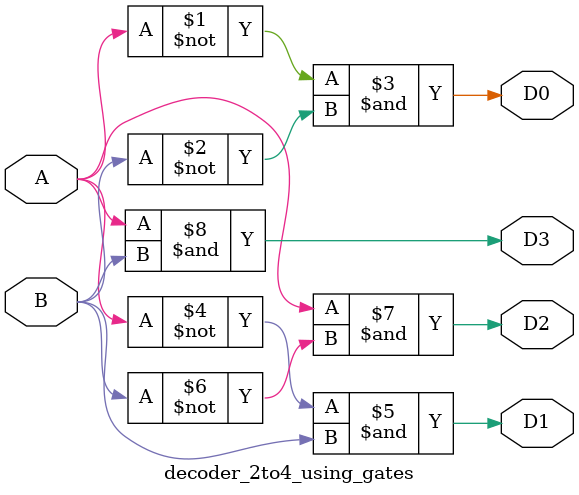
<source format=v>
`timescale 1ns / 1ps



module decoder_2to4_using_gates(
input A,B,
output D0,D1,D2,D3
    );
    

assign D0= (~A) & (~B);
assign D1= (~A) & (B);
assign D2= (A) & (~B); 
assign D3= A & B;

endmodule
</source>
